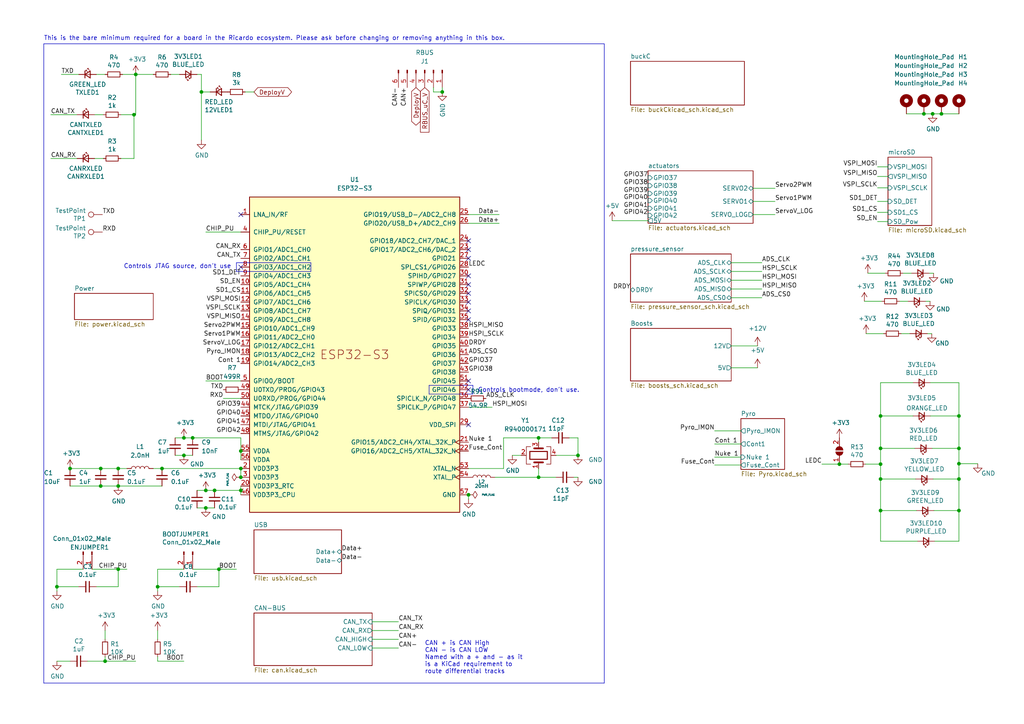
<source format=kicad_sch>
(kicad_sch (version 20231120) (generator "eeschema") (generator_version "8.0")
  (paper "A4")
  (lib_symbols
    (symbol "+12V_1" (power) (pin_names (offset 0))
      (property "Value" "+12V_1" (at 0 3.556 0))
      (symbol "+12V_1_0_1"
        (polyline (pts (xy -0.762 1.27) (xy 0 2.54)))
        (polyline (pts (xy 0 0) (xy 0 2.54)))
        (polyline (pts (xy 0 2.54) (xy 0.762 1.27)))
      )
      (symbol "+12V_1_1_1"
        (pin power_in line (at 0 0 90) (length 0) hide (name "+12V") (number "1"))
      )
    )
    (symbol "Connector:Conn_01x02_Male" (pin_names (offset 1.016) hide)
      (property "Reference" "J" (at 0 2.54 0))
      (property "Value" "Conn_01x02_Male" (at 0 -5.08 0))
      (symbol "Conn_01x02_Male_1_1"
        (polyline (pts (xy 1.27 -2.54) (xy 0.8636 -2.54)) (stroke (width 0.1524)))
        (polyline (pts (xy 1.27 0) (xy 0.8636 0)) (stroke (width 0.1524)))
        (rectangle (start 0.8636 -2.413) (end 0 -2.667) (stroke (width 0.1524)) (fill (type outline)))
        (rectangle (start 0.8636 0.127) (end 0 -0.127) (stroke (width 0.1524)) (fill (type outline)))
        (pin passive line (at 5.08 0 180) (length 3.81) (name "Pin_1") (number "1"))
        (pin passive line (at 5.08 -2.54 180) (length 3.81) (name "Pin_2") (number "2"))
      )
    )
    (symbol "Connector:Conn_01x06_Male" (pin_names (offset 1.016) hide)
      (property "Reference" "J" (at 0 7.62 0))
      (property "Value" "Conn_01x06_Male" (at 0 -10.16 0))
      (symbol "Conn_01x06_Male_1_1"
        (polyline (pts (xy 1.27 -7.62) (xy 0.8636 -7.62)) (stroke (width 0.1524)))
        (polyline (pts (xy 1.27 -5.08) (xy 0.8636 -5.08)) (stroke (width 0.1524)))
        (polyline (pts (xy 1.27 -2.54) (xy 0.8636 -2.54)) (stroke (width 0.1524)))
        (polyline (pts (xy 1.27 0) (xy 0.8636 0)) (stroke (width 0.1524)))
        (polyline (pts (xy 1.27 2.54) (xy 0.8636 2.54)) (stroke (width 0.1524)))
        (polyline (pts (xy 1.27 5.08) (xy 0.8636 5.08)) (stroke (width 0.1524)))
        (rectangle (start 0.8636 -7.493) (end 0 -7.747) (stroke (width 0.1524)) (fill (type outline)))
        (rectangle (start 0.8636 -4.953) (end 0 -5.207) (stroke (width 0.1524)) (fill (type outline)))
        (rectangle (start 0.8636 -2.413) (end 0 -2.667) (stroke (width 0.1524)) (fill (type outline)))
        (rectangle (start 0.8636 0.127) (end 0 -0.127) (stroke (width 0.1524)) (fill (type outline)))
        (rectangle (start 0.8636 2.667) (end 0 2.413) (stroke (width 0.1524)) (fill (type outline)))
        (rectangle (start 0.8636 5.207) (end 0 4.953) (stroke (width 0.1524)) (fill (type outline)))
        (pin passive line (at 5.08 5.08 180) (length 3.81) (name "Pin_1") (number "1"))
        (pin passive line (at 5.08 2.54 180) (length 3.81) (name "Pin_2") (number "2"))
        (pin passive line (at 5.08 0 180) (length 3.81) (name "Pin_3") (number "3"))
        (pin passive line (at 5.08 -2.54 180) (length 3.81) (name "Pin_4") (number "4"))
        (pin passive line (at 5.08 -5.08 180) (length 3.81) (name "Pin_5") (number "5"))
        (pin passive line (at 5.08 -7.62 180) (length 3.81) (name "Pin_6") (number "6"))
      )
    )
    (symbol "Connector:TestPoint" (pin_numbers hide) (pin_names (offset 0.762) hide)
      (property "Reference" "TP" (at 0 6.858 0))
      (property "Value" "TestPoint" (at 0 5.08 0))
      (symbol "TestPoint_0_1"
        (circle (center 0 3.302) (radius 0.762))
      )
      (symbol "TestPoint_1_1"
        (pin passive line (at 0 0 90) (length 2.54) (name "1") (number "1"))
      )
    )
    (symbol "Device:C_Small" (pin_numbers hide) (pin_names (offset 0.254) hide)
      (property "Reference" "C" (at 0.254 1.778 0))
      (property "Value" "C_Small" (at 0.254 -2.032 0))
      (symbol "C_Small_0_1"
        (polyline (pts (xy -1.524 -0.508) (xy 1.524 -0.508)) (stroke (width 0.3302)))
        (polyline (pts (xy -1.524 0.508) (xy 1.524 0.508)) (stroke (width 0.3048)))
      )
      (symbol "C_Small_1_1"
        (pin passive line (at 0 2.54 270) (length 2.032) (name "~") (number "1"))
        (pin passive line (at 0 -2.54 90) (length 2.032) (name "~") (number "2"))
      )
    )
    (symbol "Device:Crystal_GND24" (pin_names (offset 1.016) hide)
      (property "Reference" "Y" (at 3.175 5.08 0))
      (property "Value" "Crystal_GND24" (at 3.175 3.175 0))
      (symbol "Crystal_GND24_0_1"
        (rectangle (start -1.143 2.54) (end 1.143 -2.54) (stroke (width 0.3048)))
        (polyline (pts (xy -2.54 0) (xy -2.032 0)))
        (polyline (pts (xy -2.032 -1.27) (xy -2.032 1.27)) (stroke (width 0.508)))
        (polyline (pts (xy 0 -3.81) (xy 0 -3.556)))
        (polyline (pts (xy 0 3.556) (xy 0 3.81)))
        (polyline (pts (xy 2.032 -1.27) (xy 2.032 1.27)) (stroke (width 0.508)))
        (polyline (pts (xy 2.032 0) (xy 2.54 0)))
        (polyline (pts (xy -2.54 -2.286) (xy -2.54 -3.556) (xy 2.54 -3.556) (xy 2.54 -2.286)))
        (polyline (pts (xy -2.54 2.286) (xy -2.54 3.556) (xy 2.54 3.556) (xy 2.54 2.286)))
      )
      (symbol "Crystal_GND24_1_1"
        (pin passive line (at -3.81 0 0) (length 1.27) (name "1") (number "1"))
        (pin passive line (at 0 5.08 270) (length 1.27) (name "2") (number "2"))
        (pin passive line (at 3.81 0 180) (length 1.27) (name "3") (number "3"))
        (pin passive line (at 0 -5.08 90) (length 1.27) (name "4") (number "4"))
      )
    )
    (symbol "Device:L" (pin_numbers hide) (pin_names (offset 1.016) hide)
      (property "Reference" "L" (at -1.27 0 90))
      (property "Value" "L" (at 1.905 0 90))
      (symbol "L_0_1"
        (arc (start 0 -2.54) (mid 0.6323 -1.905) (end 0 -1.27))
        (arc (start 0 -1.27) (mid 0.6323 -0.635) (end 0 0))
        (arc (start 0 0) (mid 0.6323 0.635) (end 0 1.27))
        (arc (start 0 1.27) (mid 0.6323 1.905) (end 0 2.54))
      )
      (symbol "L_1_1"
        (pin passive line (at 0 3.81 270) (length 1.27) (name "1") (number "1"))
        (pin passive line (at 0 -3.81 90) (length 1.27) (name "2") (number "2"))
      )
    )
    (symbol "Device:LED_Small" (pin_numbers hide) (pin_names (offset 0.254) hide)
      (property "Reference" "D" (at -1.27 3.175 0))
      (property "Value" "LED_Small" (at -4.445 -2.54 0))
      (symbol "LED_Small_0_1"
        (polyline (pts (xy -0.762 -1.016) (xy -0.762 1.016)) (stroke (width 0.254)))
        (polyline (pts (xy 1.016 0) (xy -0.762 0)))
        (polyline (pts (xy 0.762 -1.016) (xy -0.762 0) (xy 0.762 1.016) (xy 0.762 -1.016)) (stroke (width 0.254)))
        (polyline (pts (xy 0 0.762) (xy -0.508 1.27) (xy -0.254 1.27) (xy -0.508 1.27) (xy -0.508 1.016)))
        (polyline (pts (xy 0.508 1.27) (xy 0 1.778) (xy 0.254 1.778) (xy 0 1.778) (xy 0 1.524)))
      )
      (symbol "LED_Small_1_1"
        (pin passive line (at -2.54 0 0) (length 1.778) (name "K") (number "1"))
        (pin passive line (at 2.54 0 180) (length 1.778) (name "A") (number "2"))
      )
    )
    (symbol "Device:R_Small" (pin_numbers hide) (pin_names (offset 0.254) hide)
      (property "Reference" "R" (at 0.762 0.508 0))
      (property "Value" "R_Small" (at 0.762 -1.016 0))
      (symbol "R_Small_0_1"
        (rectangle (start -0.762 1.778) (end 0.762 -1.778) (stroke (width 0.2032)))
      )
      (symbol "R_Small_1_1"
        (pin passive line (at 0 2.54 270) (length 0.762) (name "~") (number "1"))
        (pin passive line (at 0 -2.54 90) (length 0.762) (name "~") (number "2"))
      )
    )
    (symbol "Espressif:ESP32-S3" (pin_names (offset 1.016))
      (property "Reference" "U" (at 0 48.26 0))
      (property "Value" "ESP32-S3" (at 0 -48.26 0))
      (symbol "ESP32-S3_0_0"
        (text "ESP32-S3" (at 0 0 0) (effects (font (size 2.54 2.54))))
        (pin bidirectional line (at 33.02 -12.7 180) (length 2.54) (name "SPICLK_N/GPIO48") (number "36"))
        (pin bidirectional line (at 33.02 -15.24 180) (length 2.54) (name "SPICLK_P/GPIO47") (number "37"))
      )
      (symbol "ESP32-S3_0_1"
        (rectangle (start -30.48 45.72) (end 30.48 -45.72) (stroke (width 0.254)) (fill (type background)))
      )
      (symbol "ESP32-S3_1_1"
        (pin bidirectional line (at -33.02 40.64 0) (length 2.54) (name "LNA_IN/RF") (number "1"))
        (pin bidirectional line (at -33.02 20.32 0) (length 2.54) (name "GPIO5/ADC1_CH4") (number "10"))
        (pin bidirectional line (at -33.02 17.78 0) (length 2.54) (name "GPIO6/ADC1_CH5") (number "11"))
        (pin bidirectional line (at -33.02 15.24 0) (length 2.54) (name "GPIO7/ADC1_CH6") (number "12"))
        (pin bidirectional line (at -33.02 12.7 0) (length 2.54) (name "GPIO8/ADC1_CH7") (number "13"))
        (pin bidirectional line (at -33.02 10.16 0) (length 2.54) (name "GPIO9/ADC1_CH8") (number "14"))
        (pin bidirectional line (at -33.02 7.62 0) (length 2.54) (name "GPIO10/ADC1_CH9") (number "15"))
        (pin bidirectional line (at -33.02 5.08 0) (length 2.54) (name "GPIO11/ADC2_CH0") (number "16"))
        (pin bidirectional line (at -33.02 2.54 0) (length 2.54) (name "GPIO12/ADC2_CH1") (number "17"))
        (pin bidirectional line (at -33.02 0 0) (length 2.54) (name "GPIO13/ADC2_CH2") (number "18"))
        (pin bidirectional line (at -33.02 -2.54 0) (length 2.54) (name "GPIO14/ADC2_CH3") (number "19"))
        (pin power_in line (at -33.02 -33.02 0) (length 2.54) (name "VDD3P3") (number "2"))
        (pin power_in line (at -33.02 -38.1 0) (length 2.54) (name "VDD3P3_RTC") (number "20"))
        (pin input clock (at 33.02 -25.4 180) (length 2.54) (name "GPIO15/ADC2_CH4/XTAL_32K_P") (number "21"))
        (pin output clock (at 33.02 -27.94 180) (length 2.54) (name "GPIO16/ADC2_CH5/XTAL_32K_N") (number "22"))
        (pin bidirectional line (at 33.02 30.48 180) (length 2.54) (name "GPIO17/ADC2_CH6/DAC_2") (number "23"))
        (pin bidirectional line (at 33.02 33.02 180) (length 2.54) (name "GPIO18/ADC2_CH7/DAC_1") (number "24"))
        (pin bidirectional line (at 33.02 40.64 180) (length 2.54) (name "GPIO19/USB_D-/ADC2_CH8") (number "25"))
        (pin bidirectional line (at 33.02 38.1 180) (length 2.54) (name "GPIO20/USB_D+/ADC2_CH9") (number "26"))
        (pin bidirectional line (at 33.02 27.94 180) (length 2.54) (name "GPIO21") (number "27"))
        (pin bidirectional line (at 33.02 25.4 180) (length 2.54) (name "SPI_CS1/GPIO26") (number "28"))
        (pin power_out line (at 33.02 -20.32 180) (length 2.54) (name "VDD_SPI") (number "29"))
        (pin power_in line (at -33.02 -35.56 0) (length 2.54) (name "VDD3P3") (number "3"))
        (pin bidirectional line (at 33.02 22.86 180) (length 2.54) (name "SPIHD/GPIO27") (number "30"))
        (pin bidirectional line (at 33.02 20.32 180) (length 2.54) (name "SPIWP/GPIO28") (number "31"))
        (pin bidirectional line (at 33.02 17.78 180) (length 2.54) (name "SPICS0/GPIO29") (number "32"))
        (pin bidirectional line (at 33.02 15.24 180) (length 2.54) (name "SPICLK/GPIO30") (number "33"))
        (pin bidirectional line (at 33.02 12.7 180) (length 2.54) (name "SPIQ/GPIO31") (number "34"))
        (pin bidirectional line (at 33.02 10.16 180) (length 2.54) (name "SPID/GPIO32") (number "35"))
        (pin bidirectional line (at 33.02 7.62 180) (length 2.54) (name "GPIO33") (number "38"))
        (pin bidirectional line (at 33.02 5.08 180) (length 2.54) (name "GPIO34") (number "39"))
        (pin input line (at -33.02 35.56 0) (length 2.54) (name "CHIP_PU/RESET") (number "4"))
        (pin bidirectional line (at 33.02 2.54 180) (length 2.54) (name "GPIO35") (number "40"))
        (pin bidirectional line (at 33.02 0 180) (length 2.54) (name "GPIO36") (number "41"))
        (pin bidirectional line (at 33.02 -2.54 180) (length 2.54) (name "GPIO37") (number "42"))
        (pin bidirectional line (at 33.02 -5.08 180) (length 2.54) (name "GPIO38") (number "43"))
        (pin bidirectional line (at -33.02 -15.24 0) (length 2.54) (name "MTCK/JTAG/GPIO39") (number "44"))
        (pin bidirectional line (at -33.02 -17.78 0) (length 2.54) (name "MTDO/JTAG/GPIO40") (number "45"))
        (pin power_in line (at -33.02 -40.64 0) (length 2.54) (name "VDD3P3_CPU") (number "46"))
        (pin bidirectional line (at -33.02 -20.32 0) (length 2.54) (name "MTDI/JTAG/GPIO41") (number "47"))
        (pin bidirectional line (at -33.02 -22.86 0) (length 2.54) (name "MTMS/JTAG/GPIO42") (number "48"))
        (pin bidirectional line (at -33.02 -10.16 0) (length 2.54) (name "U0TXD/PROG/GPIO43") (number "49"))
        (pin bidirectional line (at -33.02 -7.62 0) (length 2.54) (name "GPIO0/BOOT") (number "5"))
        (pin bidirectional line (at -33.02 -12.7 0) (length 2.54) (name "U0RXD/PROG/GPIO44") (number "50"))
        (pin bidirectional line (at 33.02 -7.62 180) (length 2.54) (name "GPIO45") (number "51"))
        (pin bidirectional line (at 33.02 -10.16 180) (length 2.54) (name "GPIO46") (number "52"))
        (pin input clock (at 33.02 -33.02 180) (length 2.54) (name "XTAL_N") (number "53"))
        (pin output clock (at 33.02 -35.56 180) (length 2.54) (name "XTAL_P") (number "54"))
        (pin power_in line (at -33.02 -27.94 0) (length 2.54) (name "VDDA") (number "55"))
        (pin power_in line (at -33.02 -30.48 0) (length 2.54) (name "VDDA") (number "56"))
        (pin power_in line (at 33.02 -40.64 180) (length 2.54) (name "GND") (number "57"))
        (pin bidirectional line (at -33.02 30.48 0) (length 2.54) (name "GPIO1/ADC1_CH0") (number "6"))
        (pin bidirectional line (at -33.02 27.94 0) (length 2.54) (name "GPIO2/ADC1_CH1") (number "7"))
        (pin bidirectional line (at -33.02 25.4 0) (length 2.54) (name "GPIO3/ADC1_CH2") (number "8"))
        (pin bidirectional line (at -33.02 22.86 0) (length 2.54) (name "GPIO4/ADC1_CH3") (number "9"))
      )
    )
    (symbol "Jumper:SolderJumper_2_Open" (pin_names (offset 0) hide)
      (property "Reference" "JP" (at 0 2.032 0))
      (property "Value" "SolderJumper_2_Open" (at 0 -2.54 0))
      (symbol "SolderJumper_2_Open_0_1"
        (arc (start -0.254 1.016) (mid -1.2656 0) (end -0.254 -1.016))
        (arc (start -0.254 1.016) (mid -1.2656 0) (end -0.254 -1.016) (fill (type outline)))
        (polyline (pts (xy -0.254 1.016) (xy -0.254 -1.016)))
        (polyline (pts (xy 0.254 1.016) (xy 0.254 -1.016)))
        (arc (start 0.254 -1.016) (mid 1.2656 0) (end 0.254 1.016))
        (arc (start 0.254 -1.016) (mid 1.2656 0) (end 0.254 1.016) (fill (type outline)))
      )
      (symbol "SolderJumper_2_Open_1_1"
        (pin passive line (at -3.81 0 0) (length 2.54) (name "A") (number "1"))
        (pin passive line (at 3.81 0 180) (length 2.54) (name "B") (number "2"))
      )
    )
    (symbol "Mechanical:MountingHole_Pad" (pin_numbers hide) (pin_names (offset 1.016) hide)
      (property "Reference" "H" (at 0 6.35 0))
      (property "Value" "MountingHole_Pad" (at 0 4.445 0))
      (symbol "MountingHole_Pad_0_1"
        (circle (center 0 1.27) (radius 1.27) (stroke (width 1.27)))
      )
      (symbol "MountingHole_Pad_1_1"
        (pin input line (at 0 -2.54 90) (length 2.54) (name "1") (number "1"))
      )
    )
    (symbol "power:+3.3V" (power) (pin_names (offset 0))
      (property "Value" "+3.3V" (at 0 3.556 0))
      (symbol "+3.3V_0_1"
        (polyline (pts (xy -0.762 1.27) (xy 0 2.54)))
        (polyline (pts (xy 0 0) (xy 0 2.54)))
        (polyline (pts (xy 0 2.54) (xy 0.762 1.27)))
      )
      (symbol "+3.3V_1_1"
        (pin power_in line (at 0 0 90) (length 0) hide (name "+3V3") (number "1"))
      )
    )
    (symbol "power:+5V" (power) (pin_names (offset 0))
      (property "Value" "+5V" (at 0 3.556 0))
      (symbol "+5V_0_1"
        (polyline (pts (xy -0.762 1.27) (xy 0 2.54)))
        (polyline (pts (xy 0 0) (xy 0 2.54)))
        (polyline (pts (xy 0 2.54) (xy 0.762 1.27)))
      )
      (symbol "+5V_1_1"
        (pin power_in line (at 0 0 90) (length 0) hide (name "+5V") (number "1"))
      )
    )
    (symbol "power:GND" (power) (pin_names (offset 0))
      (property "Value" "GND" (at 0 -3.81 0))
      (symbol "GND_0_1"
        (polyline (pts (xy 0 0) (xy 0 -1.27) (xy 1.27 -1.27) (xy 0 -2.54) (xy -1.27 -1.27) (xy 0 -1.27)))
      )
      (symbol "GND_1_1"
        (pin power_in line (at 0 0 270) (length 0) hide (name "GND") (number "1"))
      )
    )
    (symbol "power:PWR_FLAG" (power) (pin_numbers hide) (pin_names (offset 0) hide)
      (property "Value" "PWR_FLAG" (at 0 3.81 0))
      (symbol "PWR_FLAG_0_0"
        (pin power_out line (at 0 0 90) (length 0) (name "pwr") (number "1"))
      )
      (symbol "PWR_FLAG_0_1"
        (polyline (pts (xy 0 0) (xy 0 1.27) (xy -1.016 1.905) (xy 0 2.54) (xy 1.016 1.905) (xy 0 1.27)))
      )
    )
  )
  (junction (at 39.37 21.59))
  (junction (at 59.69 142.24))
  (junction (at 255.397 120.65))
  (junction (at 53.34 127))
  (junction (at 58.42 26.67))
  (junction (at 278.13 130.048))
  (junction (at 30.48 191.77))
  (junction (at 278.13 138.938))
  (junction (at 278.13 134.493))
  (junction (at 278.13 120.65))
  (junction (at 69.85 142.24))
  (junction (at 55.88 127))
  (junction (at 63.5 165.1))
  (junction (at 59.69 147.32))
  (junction (at 62.23 142.24))
  (junction (at 34.29 135.89))
  (junction (at 255.397 134.62))
  (junction (at 69.85 138.43))
  (junction (at 20.32 135.89))
  (junction (at 45.72 170.18))
  (junction (at 29.21 135.89))
  (junction (at 34.29 140.97))
  (junction (at 156.21 127))
  (junction (at 273.05 33.02))
  (junction (at 53.34 132.08))
  (junction (at 156.21 138.43))
  (junction (at 29.21 140.97))
  (junction (at 255.397 130.048))
  (junction (at 16.51 170.18))
  (junction (at 69.85 130.81))
  (junction (at 255.397 138.938))
  (junction (at 270.51 33.02))
  (junction (at 267.97 33.02))
  (junction (at 38.862 33.274))
  (junction (at 167.64 132.08))
  (junction (at 278.13 148.082))
  (junction (at 243.459 134.62))
  (junction (at 46.99 135.89))
  (junction (at 128.27 26.67))
  (junction (at 34.29 165.1))
  (junction (at 69.85 135.89))
  (junction (at 255.397 148.082))
  (junction (at 135.89 143.51))
  (no_connect (at 135.89 69.85))
  (no_connect (at 135.89 82.55))
  (no_connect (at 135.89 72.39))
  (no_connect (at 135.89 110.49))
  (no_connect (at 135.89 92.71))
  (no_connect (at 135.89 90.17))
  (no_connect (at 69.85 77.47))
  (no_connect (at 135.89 85.09))
  (no_connect (at 135.89 74.93))
  (no_connect (at 135.89 87.63))
  (no_connect (at 69.85 62.23))
  (no_connect (at 135.89 113.03))
  (no_connect (at 135.89 123.19))
  (no_connect (at 135.89 80.01))
  (wire (pts (xy 260.858 87.376) (xy 263.398 87.376)))
  (wire (pts (xy 254.508 61.595) (xy 257.556 61.595)))
  (wire (pts (xy 30.48 191.77) (xy 30.48 190.5)))
  (wire (pts (xy 135.89 64.77) (xy 144.78 64.77)))
  (wire (pts (xy 238.379 134.62) (xy 243.459 134.62)))
  (wire (pts (xy 69.85 135.89) (xy 69.85 138.43)))
  (polyline (pts (xy 90.17 78.74) (xy 68.58 78.74)))
  (wire (pts (xy 63.5 170.18) (xy 63.5 165.1)))
  (polyline (pts (xy 68.58 76.2) (xy 68.58 78.74)))
  (wire (pts (xy 218.44 58.42) (xy 224.79 58.42)))
  (wire (pts (xy 60.96 26.67) (xy 58.42 26.67)))
  (wire (pts (xy 255.397 130.048) (xy 265.303 130.048)))
  (wire (pts (xy 16.51 191.77) (xy 20.32 191.77)))
  (wire (pts (xy 254.508 58.42) (xy 257.556 58.42)))
  (wire (pts (xy 107.95 180.34) (xy 115.57 180.34)))
  (wire (pts (xy 243.459 134.62) (xy 245.999 134.62)))
  (wire (pts (xy 255.397 156.972) (xy 266.065 156.972)))
  (wire (pts (xy 128.27 25.4) (xy 128.27 26.67)))
  (wire (pts (xy 14.732 45.974) (xy 22.352 45.974)))
  (wire (pts (xy 212.09 83.82) (xy 220.98 83.82)))
  (wire (pts (xy 27.432 33.274) (xy 29.972 33.274)))
  (wire (pts (xy 212.09 81.28) (xy 220.98 81.28)))
  (wire (pts (xy 255.397 110.998) (xy 255.397 120.65)))
  (wire (pts (xy 160.02 127) (xy 156.21 127)))
  (wire (pts (xy 270.764 79.248) (xy 269.494 79.248)))
  (wire (pts (xy 269.875 120.65) (xy 278.13 120.65)))
  (wire (pts (xy 45.72 165.1) (xy 53.34 165.1)))
  (wire (pts (xy 125.73 26.67) (xy 128.27 26.67)))
  (wire (pts (xy 255.397 138.938) (xy 265.557 138.938)))
  (wire (pts (xy 58.42 21.59) (xy 57.15 21.59)))
  (wire (pts (xy 29.21 135.89) (xy 34.29 135.89)))
  (wire (pts (xy 207.264 134.874) (xy 214.884 134.874)))
  (wire (pts (xy 143.51 138.43) (xy 156.21 138.43)))
  (wire (pts (xy 278.13 110.998) (xy 278.13 120.65)))
  (wire (pts (xy 59.69 110.49) (xy 69.85 110.49)))
  (wire (pts (xy 269.875 110.998) (xy 278.13 110.998)))
  (polyline (pts (xy 12.7 12.7) (xy 12.7 198.12)))
  (wire (pts (xy 14.732 33.274) (xy 22.352 33.274)))
  (wire (pts (xy 251.079 134.62) (xy 255.397 134.62)))
  (wire (pts (xy 267.97 33.02) (xy 262.89 33.02)))
  (wire (pts (xy 218.44 54.61) (xy 224.79 54.61)))
  (wire (pts (xy 16.51 170.18) (xy 16.51 171.45)))
  (wire (pts (xy 214.884 124.968) (xy 207.264 124.968)))
  (wire (pts (xy 57.15 170.18) (xy 63.5 170.18)))
  (polyline (pts (xy 137.16 111.76) (xy 137.16 114.3)))
  (wire (pts (xy 68.58 165.1) (xy 63.5 165.1)))
  (wire (pts (xy 27.94 21.59) (xy 30.48 21.59)))
  (wire (pts (xy 16.51 165.1) (xy 16.51 170.18)))
  (wire (pts (xy 161.29 132.08) (xy 167.64 132.08)))
  (wire (pts (xy 255.397 148.082) (xy 255.397 156.972)))
  (wire (pts (xy 30.48 182.88) (xy 30.48 185.42)))
  (wire (pts (xy 57.15 147.32) (xy 59.69 147.32)))
  (polyline (pts (xy 68.58 76.2) (xy 90.17 76.2)))
  (wire (pts (xy 34.29 135.89) (xy 36.83 135.89)))
  (wire (pts (xy 69.85 142.24) (xy 69.85 143.51)))
  (wire (pts (xy 270.383 130.048) (xy 278.13 130.048)))
  (wire (pts (xy 39.37 21.59) (xy 39.37 33.274)))
  (wire (pts (xy 62.23 142.24) (xy 69.85 142.24)))
  (wire (pts (xy 255.397 120.65) (xy 255.397 130.048)))
  (wire (pts (xy 270.891 148.082) (xy 278.13 148.082)))
  (wire (pts (xy 64.77 115.57) (xy 69.85 115.57)))
  (wire (pts (xy 53.34 132.08) (xy 55.88 132.08)))
  (wire (pts (xy 270.637 138.938) (xy 278.13 138.938)))
  (wire (pts (xy 146.05 135.89) (xy 146.05 127)))
  (wire (pts (xy 255.397 148.082) (xy 265.811 148.082)))
  (wire (pts (xy 278.13 138.938) (xy 278.13 148.082)))
  (wire (pts (xy 251.206 96.774) (xy 256.286 96.774)))
  (wire (pts (xy 156.21 127) (xy 156.21 128.27)))
  (wire (pts (xy 34.29 165.1) (xy 36.83 165.1)))
  (wire (pts (xy 50.8 132.08) (xy 53.34 132.08)))
  (wire (pts (xy 255.397 110.998) (xy 264.795 110.998)))
  (polyline (pts (xy 124.46 111.76) (xy 124.46 114.3)))
  (wire (pts (xy 207.264 132.588) (xy 214.884 132.588)))
  (polyline (pts (xy 12.7 12.7) (xy 175.26 12.7)))
  (wire (pts (xy 187.96 64.008) (xy 177.546 64.008)))
  (wire (pts (xy 55.88 127) (xy 69.85 127)))
  (wire (pts (xy 218.44 62.23) (xy 224.79 62.23)))
  (wire (pts (xy 44.45 135.89) (xy 46.99 135.89)))
  (wire (pts (xy 212.09 76.2) (xy 220.98 76.2)))
  (wire (pts (xy 255.397 130.048) (xy 255.397 134.62)))
  (wire (pts (xy 251.714 79.248) (xy 256.794 79.248)))
  (wire (pts (xy 22.86 170.18) (xy 16.51 170.18)))
  (wire (pts (xy 271.145 156.972) (xy 278.13 156.972)))
  (wire (pts (xy 142.748 118.11) (xy 135.89 118.11)))
  (wire (pts (xy 50.8 127) (xy 53.34 127)))
  (wire (pts (xy 17.78 21.59) (xy 22.86 21.59)))
  (wire (pts (xy 38.862 33.274) (xy 38.862 45.974)))
  (wire (pts (xy 52.07 170.18) (xy 45.72 170.18)))
  (wire (pts (xy 278.13 33.02) (xy 273.05 33.02)))
  (wire (pts (xy 212.09 106.68) (xy 219.71 106.68)))
  (wire (pts (xy 29.21 140.97) (xy 34.29 140.97)))
  (wire (pts (xy 35.56 21.59) (xy 39.37 21.59)))
  (wire (pts (xy 107.95 187.96) (xy 115.57 187.96)))
  (wire (pts (xy 255.397 120.65) (xy 264.795 120.65)))
  (wire (pts (xy 107.95 182.88) (xy 115.57 182.88)))
  (wire (pts (xy 69.85 127) (xy 69.85 130.81)))
  (polyline (pts (xy 137.16 114.3) (xy 124.46 114.3)))
  (wire (pts (xy 55.88 165.1) (xy 63.5 165.1)))
  (wire (pts (xy 125.73 25.4) (xy 125.73 26.67)))
  (wire (pts (xy 25.4 191.77) (xy 30.48 191.77)))
  (wire (pts (xy 273.05 33.02) (xy 270.51 33.02)))
  (wire (pts (xy 135.89 135.89) (xy 146.05 135.89)))
  (wire (pts (xy 45.72 170.18) (xy 45.72 171.45)))
  (wire (pts (xy 45.72 191.77) (xy 45.72 190.5)))
  (wire (pts (xy 49.53 21.59) (xy 52.07 21.59)))
  (wire (pts (xy 254.508 64.262) (xy 257.556 64.262)))
  (wire (pts (xy 148.59 132.08) (xy 151.13 132.08)))
  (wire (pts (xy 58.42 21.59) (xy 58.42 26.67)))
  (wire (pts (xy 161.29 138.43) (xy 156.21 138.43)))
  (wire (pts (xy 250.698 87.376) (xy 255.778 87.376)))
  (wire (pts (xy 59.69 67.31) (xy 69.85 67.31)))
  (wire (pts (xy 255.397 138.938) (xy 255.397 148.082)))
  (wire (pts (xy 38.862 45.974) (xy 35.052 45.974)))
  (wire (pts (xy 270.256 96.774) (xy 268.986 96.774)))
  (wire (pts (xy 53.34 191.77) (xy 45.72 191.77)))
  (wire (pts (xy 58.42 26.67) (xy 58.42 40.64)))
  (wire (pts (xy 278.13 120.65) (xy 278.13 130.048)))
  (wire (pts (xy 156.21 135.89) (xy 156.21 138.43)))
  (wire (pts (xy 34.29 170.18) (xy 34.29 165.1)))
  (polyline (pts (xy 90.17 76.2) (xy 90.17 78.74)))
  (wire (pts (xy 27.432 45.974) (xy 29.972 45.974)))
  (wire (pts (xy 146.05 127) (xy 156.21 127)))
  (wire (pts (xy 167.64 138.43) (xy 166.37 138.43)))
  (wire (pts (xy 278.13 148.082) (xy 278.13 156.972)))
  (wire (pts (xy 20.32 135.89) (xy 29.21 135.89)))
  (wire (pts (xy 257.556 54.483) (xy 254.508 54.483)))
  (wire (pts (xy 212.09 78.74) (xy 220.98 78.74)))
  (wire (pts (xy 283.591 134.493) (xy 278.13 134.493)))
  (wire (pts (xy 261.366 96.774) (xy 263.906 96.774)))
  (wire (pts (xy 167.64 127) (xy 167.64 132.08)))
  (wire (pts (xy 207.264 128.778) (xy 214.884 128.778)))
  (wire (pts (xy 39.37 33.274) (xy 38.862 33.274)))
  (wire (pts (xy 39.37 21.59) (xy 44.45 21.59)))
  (wire (pts (xy 257.556 51.181) (xy 254.508 51.181)))
  (polyline (pts (xy 124.46 111.76) (xy 137.16 111.76)))
  (wire (pts (xy 59.69 147.32) (xy 62.23 147.32)))
  (wire (pts (xy 30.48 191.77) (xy 39.37 191.77)))
  (wire (pts (xy 270.51 33.02) (xy 267.97 33.02)))
  (wire (pts (xy 261.874 79.248) (xy 264.414 79.248)))
  (wire (pts (xy 107.95 185.42) (xy 115.57 185.42)))
  (wire (pts (xy 53.34 127) (xy 55.88 127)))
  (wire (pts (xy 73.66 26.67) (xy 71.12 26.67)))
  (wire (pts (xy 46.99 135.89) (xy 69.85 135.89)))
  (polyline (pts (xy 175.26 12.7) (xy 175.26 198.12)))
  (wire (pts (xy 269.748 87.376) (xy 268.478 87.376)))
  (wire (pts (xy 34.29 140.97) (xy 46.99 140.97)))
  (wire (pts (xy 212.09 100.33) (xy 219.71 100.33)))
  (wire (pts (xy 257.556 48.387) (xy 254.508 48.387)))
  (wire (pts (xy 278.13 130.048) (xy 278.13 134.493)))
  (wire (pts (xy 38.862 33.274) (xy 35.052 33.274)))
  (wire (pts (xy 278.13 134.493) (xy 278.13 138.938)))
  (wire (pts (xy 135.89 62.23) (xy 144.78 62.23)))
  (wire (pts (xy 27.94 170.18) (xy 34.29 170.18)))
  (wire (pts (xy 45.72 165.1) (xy 45.72 170.18)))
  (wire (pts (xy 69.85 130.81) (xy 69.85 133.35)))
  (wire (pts (xy 59.69 142.24) (xy 62.23 142.24)))
  (wire (pts (xy 57.15 142.24) (xy 59.69 142.24)))
  (wire (pts (xy 20.32 140.97) (xy 29.21 140.97)))
  (wire (pts (xy 69.85 142.24) (xy 69.85 140.97)))
  (wire (pts (xy 167.64 127) (xy 165.1 127)))
  (wire (pts (xy 26.67 165.1) (xy 34.29 165.1)))
  (wire (pts (xy 135.89 144.78) (xy 135.89 143.51)))
  (wire (pts (xy 45.72 182.88) (xy 45.72 185.42)))
  (wire (pts (xy 16.51 165.1) (xy 24.13 165.1)))
  (wire (pts (xy 255.397 134.62) (xy 255.397 138.938)))
  (polyline (pts (xy 175.26 198.12) (xy 12.7 198.12)))
  (wire (pts (xy 212.09 86.36) (xy 220.98 86.36)))
  (text "Controls bootmode, don't use.\n" (at 138.5894 113.9757 0) (effects (font (size 1.27 1.27)) (justify left bottom)))
  (text "This is the bare minimum required for a board in the Ricardo ecosystem. Please ask before changing or removing anything in this box.\n\n" (at 12.7 13.97 0) (effects (font (size 1.27 1.27)) (justify left bottom)))
  (text "CAN + is CAN High\nCAN - is CAN LOW\nNamed with a + and - as it\nis a KiCad requirement to\nroute differential tracks\n" (at 123.19 195.58 0) (effects (font (size 1.27 1.27)) (justify left bottom)))
  (text "Controls JTAG source, don't use\n" (at 67.0857 78.0878 0) (effects (font (size 1.27 1.27)) (justify right bottom)))
  (label "Nuke 1" (at 207.264 132.588 0))
  (label "HSPI_MOSI" (at 220.98 81.28 0))
  (label "SD1_DET" (at 69.85 80.01 180))
  (label "CHIP_PU" (at 36.83 165.1 180))
  (label "Servo1PWM" (at 224.79 58.42 0))
  (label "SD_EN" (at 69.85 82.55 180))
  (label "GPIO38" (at 187.96 53.848 180))
  (label "HSPI_MISO" (at 220.98 83.82 0))
  (label "GPIO37" (at 187.96 51.562 180))
  (label "HSPI_SCLK" (at 220.98 78.74 0))
  (label "Servo2PWM" (at 69.85 95.25 180))
  (label "Pyro_IMON" (at 69.85 102.87 180))
  (label "SD1_CS" (at 254.508 61.595 180))
  (label "DRDY" (at 135.89 100.33 0))
  (label "CAN+" (at 115.57 185.42 0))
  (label "ADS_CS0" (at 220.98 86.36 0))
  (label "Servo1PWM" (at 69.85 97.79 180))
  (label "Data+" (at 99.06 160.02 0))
  (label "RXD" (at 29.718 67.31 0))
  (label "GPIO41" (at 69.85 123.19 180))
  (label "VSPI_SCLK" (at 69.85 90.17 180))
  (label "SD_EN" (at 254.508 64.262 180))
  (label "SD1_CS" (at 69.85 85.09 180))
  (label "GPIO38" (at 135.89 107.95 0))
  (label "HSPI_SCLK" (at 135.89 97.79 0))
  (label "CAN_TX" (at 69.85 74.93 180))
  (label "Servo2PWM" (at 224.79 54.61 0))
  (label "Cont 1" (at 207.264 128.778 0))
  (label "Data-" (at 99.06 162.56 0))
  (label "Fuse_Cont" (at 135.89 130.81 0))
  (label "VSPI_MISO" (at 69.85 92.71 180))
  (label "BOOT" (at 53.34 191.77 180))
  (label "ADS_CLK" (at 140.97 115.57 0))
  (label "LEDC" (at 135.89 77.47 0))
  (label "TXD" (at 29.718 62.23 0))
  (label "Fuse_Cont" (at 207.264 134.874 180))
  (label "CAN-" (at 115.57 25.4 270))
  (label "CAN+" (at 118.11 25.4 270))
  (label "CAN_TX" (at 115.57 180.34 0))
  (label "DRDY" (at 182.88 84.074 180))
  (label "CAN_TX" (at 14.732 33.274 0))
  (label "GPIO37" (at 135.89 105.41 0))
  (label "SD1_DET" (at 254.508 58.42 180))
  (label "Cont 1" (at 69.85 105.41 180))
  (label "BOOT" (at 68.58 165.1 180))
  (label "ServoV_LOG" (at 69.85 100.33 180))
  (label "CAN_RX" (at 14.732 45.974 0))
  (label "GPIO42" (at 69.85 125.73 180))
  (label "GPIO40" (at 69.85 120.65 180))
  (label "VSPI_SCLK" (at 254.508 54.483 180))
  (label "CAN_RX" (at 69.85 72.39 180))
  (label "RXD" (at 64.77 115.57 180))
  (label "BOOT" (at 59.69 110.49 0))
  (label "TXD" (at 64.77 113.03 180))
  (label "GPIO42" (at 187.96 62.484 180))
  (label "ADS_CS0" (at 135.89 102.87 0))
  (label "ADS_CLK" (at 220.98 76.2 0))
  (label "Nuke 1" (at 135.89 128.27 0))
  (label "VSPI_MOSI" (at 254.508 48.387 180))
  (label "GPIO39" (at 187.96 56.134 180))
  (label "CHIP_PU" (at 59.69 67.31 0))
  (label "VSPI_MISO" (at 254.508 51.181 180))
  (label "ServoV_LOG" (at 224.79 62.23 0))
  (label "GPIO41" (at 187.96 60.452 180))
  (label "Pyro_IMON" (at 207.264 124.968 180))
  (label "CAN_RX" (at 115.57 182.88 0))
  (label "VSPI_MOSI" (at 69.85 87.63 180))
  (label "Data+" (at 144.78 64.77 180))
  (label "Data-" (at 144.78 62.23 180))
  (label "CAN-" (at 115.57 187.96 0))
  (label "GPIO39" (at 69.85 118.11 180))
  (label "GPIO40" (at 187.96 58.166 180))
  (label "HSPI_MISO" (at 135.89 95.25 0))
  (label "LEDC" (at 238.379 134.62 180))
  (label "TXD" (at 17.78 21.59 0))
  (label "CHIP_PU" (at 39.37 191.77 180))
  (label "HSPI_MOSI" (at 142.748 118.11 0))
  (global_label "DeployV" (shape bidirectional) (at 73.66 26.67 0) (property "Intersheetrefs" "${INTERSHEET_REFS}" (effects (hide yes))))
  (global_label "DeployV" (shape bidirectional) (at 120.65 25.4 270) (property "Intersheetrefs" "${INTERSHEET_REFS}" (effects (hide yes))))
  (global_label "RBUS_uC_V" (shape input) (at 123.19 25.4 270) (property "Intersheetrefs" "${INTERSHEET_REFS}" (effects (hide yes))))
  (symbol (lib_id "power:+3.3V") (at 30.48 182.88 0) (unit 1)
    (property "Reference" "#PWR04" (effects (hide yes)))
    (property "Value" "+3V3" (at 30.861 178.4858 0))
  )
  (symbol (lib_id "Device:R_Small") (at 30.48 187.96 0) (unit 1)
    (property "Reference" "R1" (at 31.9786 186.7916 0) (effects (justify left)))
    (property "Value" "10K" (at 31.9786 189.103 0) (effects (justify left)))
    (property "Footprint" "Resistor_SMD:R_0402_1005Metric" (effects (hide yes)))
  )
  (symbol (lib_id "Device:C_Small") (at 22.86 191.77 270) (unit 1)
    (property "Reference" "C2" (at 22.86 185.9534 90))
    (property "Value" "1uF" (at 22.86 188.2648 90))
    (property "Footprint" "Capacitor_SMD:C_0402_1005Metric" (effects (hide yes)))
  )
  (symbol (lib_id "power:GND") (at 16.51 191.77 0) (unit 1)
    (property "Reference" "#PWR02" (effects (hide yes)))
    (property "Value" "GND" (at 16.637 196.1642 0))
  )
  (symbol (lib_id "power:+3.3V") (at 45.72 182.88 0) (unit 1)
    (property "Reference" "#PWR08" (effects (hide yes)))
    (property "Value" "+3V3" (at 46.101 178.4858 0))
  )
  (symbol (lib_id "Device:R_Small") (at 45.72 187.96 0) (unit 1)
    (property "Reference" "R5" (at 47.2186 186.7916 0) (effects (justify left)))
    (property "Value" "10K" (at 47.2186 189.103 0) (effects (justify left)))
    (property "Footprint" "Resistor_SMD:R_0402_1005Metric" (effects (hide yes)))
  )
  (symbol (lib_id "power:GND") (at 45.72 171.45 0) (unit 1)
    (property "Reference" "#PWR07" (effects (hide yes)))
    (property "Value" "GND" (at 45.847 175.8442 0))
  )
  (symbol (lib_id "Device:C_Small") (at 54.61 170.18 270) (unit 1)
    (property "Reference" "C8" (at 54.61 164.3634 90))
    (property "Value" "0.1uF" (at 54.61 166.6748 90))
    (property "Footprint" "Capacitor_SMD:C_0402_1005Metric" (effects (hide yes)))
  )
  (symbol (lib_id "power:GND") (at 16.51 171.45 0) (unit 1)
    (property "Reference" "#PWR01" (effects (hide yes)))
    (property "Value" "GND" (at 16.637 175.8442 0))
  )
  (symbol (lib_id "Device:C_Small") (at 25.4 170.18 270) (unit 1)
    (property "Reference" "C3" (at 25.4 164.3634 90))
    (property "Value" "0.1uF" (at 25.4 166.6748 90))
    (property "Footprint" "Capacitor_SMD:C_0402_1005Metric" (effects (hide yes)))
  )
  (symbol (lib_id "Device:LED_Small") (at 25.4 21.59 0) (unit 1)
    (property "Reference" "TXLED1" (at 25.4 26.797 0))
    (property "Value" "GREEN_LED" (at 25.4 24.4856 0))
    (property "Footprint" "Resistor_SMD:R_0402_1005Metric" (effects (hide yes)))
  )
  (symbol (lib_id "Device:R_Small") (at 33.02 21.59 270) (unit 1)
    (property "Reference" "R4" (at 33.02 16.6116 90))
    (property "Value" "470" (at 33.02 18.923 90))
    (property "Footprint" "Resistor_SMD:R_0402_1005Metric" (effects (hide yes)))
  )
  (symbol (lib_id "power:GND") (at 58.42 40.64 0) (unit 1)
    (property "Reference" "#PWR011" (effects (hide yes)))
    (property "Value" "GND" (at 58.547 45.0342 0))
  )
  (symbol (lib_id "power:+3.3V") (at 39.37 21.59 0) (unit 1)
    (property "Reference" "#PWR06" (effects (hide yes)))
    (property "Value" "+3V3" (at 39.751 17.1958 0))
  )
  (symbol (lib_id "Device:LED_Small") (at 54.61 21.59 180) (unit 1)
    (property "Reference" "3V3LED1" (at 54.61 16.383 0))
    (property "Value" "BLUE_LED" (at 54.61 18.6944 0))
    (property "Footprint" "Resistor_SMD:R_0402_1005Metric" (effects (hide yes)))
  )
  (symbol (lib_id "Device:R_Small") (at 46.99 21.59 270) (unit 1)
    (property "Reference" "R6" (at 46.99 16.6116 90))
    (property "Value" "470" (at 46.99 18.923 90))
    (property "Footprint" "Resistor_SMD:R_0402_1005Metric" (effects (hide yes)))
  )
  (symbol (lib_id "Connector:Conn_01x02_Male") (at 26.67 160.02 270) (unit 1)
    (property "Reference" "ENJUMPER1" (at 20.32 158.75 90) (effects (justify left)))
    (property "Value" "Conn_01x02_Male" (at 15.24 156.21 90) (effects (justify left)))
    (property "Footprint" "Connector_PinHeader_2.54mm:PinHeader_1x02_P2.54mm_Vertical" (effects (hide yes)))
  )
  (symbol (lib_id "Connector:Conn_01x02_Male") (at 55.88 160.02 270) (unit 1)
    (property "Reference" "BOOTJUMPER1" (at 46.99 154.94 90) (effects (justify left)))
    (property "Value" "Conn_01x02_Male" (at 46.99 157.2514 90) (effects (justify left)))
    (property "Footprint" "Connector_PinHeader_2.54mm:PinHeader_1x02_P2.54mm_Vertical" (effects (hide yes)))
  )
  (symbol (lib_id "power:GND") (at 128.27 26.67 0) (unit 1)
    (property "Reference" "#PWR016" (effects (hide yes)))
    (property "Value" "GND" (at 128.397 29.9212 90) (effects (justify right)))
  )
  (symbol (lib_id "Connector:Conn_01x06_Male") (at 123.19 20.32 270) (unit 1)
    (property "Reference" "J1" (at 123.19 17.78 90))
    (property "Value" "RBUS" (at 123.19 15.24 90))
    (property "Footprint" "Connector_Molex:Molex_Mini-Fit_Jr_5566-06A_2x03_P4.20mm_Vertical" (effects (hide yes)))
  )
  (symbol (lib_id "Device:LED_Small") (at 63.5 26.67 0) (unit 1)
    (property "Reference" "12VLED1" (at 63.5 31.877 0))
    (property "Value" "RED_LED" (at 63.5 29.5656 0))
    (property "Footprint" "Resistor_SMD:R_0402_1005Metric" (effects (hide yes)))
  )
  (symbol (lib_id "Device:R_Small") (at 68.58 26.67 270) (unit 1)
    (property "Reference" "R8" (at 68.58 21.6916 90))
    (property "Value" "3k" (at 68.58 24.003 90))
    (property "Footprint" "Resistor_SMD:R_0402_1005Metric" (effects (hide yes)))
  )
  (symbol (lib_id "Device:LED_Small") (at 267.843 130.048 180) (unit 1)
    (property "Reference" "3V3LED6" (at 267.843 124.841 0))
    (property "Value" "RED_LED" (at 267.843 127.1524 0))
    (property "Footprint" "LED_SMD:LED_0402_1005Metric" (effects (hide yes)))
  )
  (symbol (lib_id "power:PWR_FLAG") (at 135.89 143.51 270) (unit 1)
    (property "Reference" "#FLG02" (effects (hide yes)))
    (property "Value" "PWR_FLAG" (at 139.7 143.51 90) (effects (font (size 0.5 0.5)) (justify left)))
  )
  (symbol (lib_id "Connector:TestPoint") (at 29.718 62.23 90) (unit 1)
    (property "Reference" "TP1" (at 24.9428 63.3984 90) (effects (justify left)))
    (property "Value" "TestPoint" (at 24.9428 61.087 90) (effects (justify left)))
    (property "Footprint" "TestPoint:TestPoint_Pad_D1.0mm" (effects (hide yes)))
  )
  (symbol (lib_id "power:GND") (at 167.64 132.08 0) (unit 1)
    (property "Reference" "#PWR019" (effects (hide yes)))
    (property "Value" "GND" (at 172.72 133.35 0))
  )
  (symbol (lib_id "Device:R_Small") (at 32.512 45.974 270) (unit 1)
    (property "Reference" "R3" (at 32.512 40.9956 90))
    (property "Value" "1k" (at 32.512 43.307 90))
    (property "Footprint" "Resistor_SMD:R_0402_1005Metric" (effects (hide yes)))
  )
  (symbol (lib_id "Device:LED_Small") (at 265.938 87.376 180) (unit 1)
    (property "Reference" "3V3LED2" (at 265.938 82.169 0))
    (property "Value" "BLUE_LED" (at 265.938 84.4804 0))
    (property "Footprint" "LED_SMD:LED_0402_1005Metric" (effects (hide yes)))
  )
  (symbol (lib_id "power:GND") (at 270.256 96.774 0) (unit 1)
    (property "Reference" "#PWR028" (effects (hide yes)))
    (property "Value" "GND" (at 273.304 99.568 0))
  )
  (symbol (lib_id "power:GND") (at 34.29 140.97 0) (unit 1)
    (property "Reference" "#PWR05" (effects (hide yes)))
    (property "Value" "GND" (at 34.417 145.3642 0))
  )
  (symbol (lib_id "power:+5V") (at 219.71 106.68 0) (unit 1)
    (property "Reference" "#PWR023" (effects (hide yes)))
    (property "Value" "+5V" (at 219.71 101.6 0))
  )
  (symbol (lib_id "Device:R_Small") (at 259.334 79.248 270) (unit 1)
    (property "Reference" "R44" (at 259.334 74.2696 90))
    (property "Value" "470" (at 259.334 76.581 90))
    (property "Footprint" "Resistor_SMD:R_0402_1005Metric" (effects (hide yes)))
  )
  (symbol (lib_id "Device:C_Small") (at 55.88 129.54 0) (unit 1)
    (property "Reference" "C9" (at 58.42 128.2762 0) (effects (justify left)))
    (property "Value" "10nF" (at 58.42 130.8162 0) (effects (justify left)))
    (property "Footprint" "Capacitor_SMD:C_0402_1005Metric" (effects (hide yes)))
  )
  (symbol (lib_id "Device:R_Small") (at 32.512 33.274 270) (unit 1)
    (property "Reference" "R2" (at 32.512 28.2956 90))
    (property "Value" "1k" (at 32.512 30.607 90))
    (property "Footprint" "Resistor_SMD:R_0402_1005Metric" (effects (hide yes)))
  )
  (symbol (lib_id "power:+3.3V") (at 53.34 127 0) (unit 1)
    (property "Reference" "#PWR09" (effects (hide yes)))
    (property "Value" "+3V3" (at 53.721 122.6058 0))
  )
  (symbol (lib_id "Device:LED_Small") (at 268.097 138.938 180) (unit 1)
    (property "Reference" "3V3LED7" (at 268.097 133.731 0))
    (property "Value" "YELLOW_LED" (at 268.097 136.0424 0))
    (property "Footprint" "LED_SMD:LED_0402_1005Metric" (effects (hide yes)))
  )
  (symbol (lib_id "Mechanical:MountingHole_Pad") (at 267.97 30.48 0) (unit 1)
    (property "Reference" "H2" (at 280.67 19.05 0) (effects (justify right)))
    (property "Value" "MountingHole_Pad" (at 276.86 21.59 0) (effects (justify right)))
    (property "Footprint" "MountingHole:MountingHole_3.2mm_M3_DIN965_Pad" (effects (hide yes)))
  )
  (symbol (lib_id "power:+3.3V") (at 243.459 127 0) (unit 1)
    (property "Reference" "#PWR029" (effects (hide yes)))
    (property "Value" "+3V3" (at 243.84 122.6058 0))
  )
  (symbol (lib_id "power:GND") (at 283.591 134.493 0) (unit 1)
    (property "Reference" "#PWR026" (effects (hide yes)))
    (property "Value" "GND" (at 286.639 137.287 0))
  )
  (symbol (lib_id "Device:C_Small") (at 50.8 129.54 0) (unit 1)
    (property "Reference" "C7" (at 45.72 128.27 0) (effects (justify left)))
    (property "Value" "1uF" (at 45.72 130.81 0) (effects (justify left)))
    (property "Footprint" "Capacitor_SMD:C_0402_1005Metric" (effects (hide yes)))
  )
  (symbol (lib_name "+12V_1") (lib_id "power:+12V") (at 219.71 100.33 0) (unit 1)
    (property "Reference" "#PWR022" (effects (hide yes)))
    (property "Value" "+12V" (at 219.71 95.25 0))
  )
  (symbol (lib_id "Mechanical:MountingHole_Pad") (at 278.13 30.48 0) (unit 1)
    (property "Reference" "H4" (at 280.67 24.13 0) (effects (justify right)))
    (property "Value" "MountingHole_Pad" (at 276.86 16.51 0) (effects (justify right)))
    (property "Footprint" "MountingHole:MountingHole_3.2mm_M3_DIN965_Pad" (effects (hide yes)))
  )
  (symbol (lib_id "power:+3.3V") (at 251.714 79.248 0) (unit 1)
    (property "Reference" "#PWR099" (effects (hide yes)))
    (property "Value" "+3V3" (at 252.095 74.8538 0))
  )
  (symbol (lib_id "power:GND") (at 59.69 147.32 0) (unit 1)
    (property "Reference" "#PWR013" (effects (hide yes)))
    (property "Value" "GND" (at 63.5 149.86 0))
  )
  (symbol (lib_id "Device:LED_Small") (at 24.892 33.274 0) (unit 1)
    (property "Reference" "CANTXLED1" (at 24.892 38.481 0))
    (property "Value" "CANTXLED" (at 24.892 36.1696 0))
    (property "Footprint" "LED_SMD:LED_0402_1005Metric" (effects (hide yes)))
  )
  (symbol (lib_id "Device:LED_Small") (at 24.892 45.974 0) (unit 1)
    (property "Reference" "CANRXLED1" (at 24.892 51.181 0))
    (property "Value" "CANRXLED" (at 24.892 48.8696 0))
    (property "Footprint" "LED_SMD:LED_0402_1005Metric" (effects (hide yes)))
  )
  (symbol (lib_id "Device:C_Small") (at 20.32 138.43 0) (unit 1)
    (property "Reference" "C1" (at 12.7 137.16 0) (effects (justify left)))
    (property "Value" "10uF" (at 12.7 139.7 0) (effects (justify left)))
    (property "Footprint" "Capacitor_SMD:C_0402_1005Metric" (effects (hide yes)))
  )
  (symbol (lib_id "Device:C_Small") (at 57.15 144.78 0) (unit 1)
    (property "Reference" "C10" (at 53.34 144.78 0))
    (property "Value" "0.1uF" (at 53.34 147.0914 0))
    (property "Footprint" "Capacitor_SMD:C_0402_1005Metric" (effects (hide yes)))
  )
  (symbol (lib_id "Device:C_Small") (at 163.83 138.43 90) (unit 1)
    (property "Reference" "C13" (at 165.1 142.24 90) (effects (justify left)))
    (property "Value" "11pF" (at 165.1 144.5514 90) (effects (justify left)))
    (property "Footprint" "Capacitor_SMD:C_0402_1005Metric" (effects (hide yes)))
  )
  (symbol (lib_id "power:GND") (at 167.64 138.43 0) (unit 1)
    (property "Reference" "#PWR020" (effects (hide yes)))
    (property "Value" "GND" (at 172.72 139.7 0))
  )
  (symbol (lib_id "Device:R_Small") (at 138.43 115.57 270) (mirror x) (unit 1)
    (property "Reference" "R91" (at 138.43 113.538 90))
    (property "Value" "54.9R" (at 138.684 117.602 90))
    (property "Footprint" "Resistor_SMD:R_0402_1005Metric" (effects (hide yes)))
  )
  (symbol (lib_id "power:+3.3V") (at 250.698 87.376 0) (unit 1)
    (property "Reference" "#PWR024" (effects (hide yes)))
    (property "Value" "+3V3" (at 251.079 82.9818 0))
  )
  (symbol (lib_id "Device:C_Small") (at 34.29 138.43 0) (unit 1)
    (property "Reference" "C5" (at 36.83 137.1662 0) (effects (justify left)))
    (property "Value" "0.1uF" (at 36.83 139.7062 0) (effects (justify left)))
    (property "Footprint" "Capacitor_SMD:C_0402_1005Metric" (effects (hide yes)))
  )
  (symbol (lib_id "power:+3.3V") (at 251.206 96.774 0) (unit 1)
    (property "Reference" "#PWR025" (effects (hide yes)))
    (property "Value" "+3V3" (at 251.587 92.3798 0))
  )
  (symbol (lib_id "power:GND") (at 270.764 79.248 0) (unit 1)
    (property "Reference" "#PWR0100" (effects (hide yes)))
    (property "Value" "GND" (at 274.574 81.534 0))
  )
  (symbol (lib_id "Device:LED_Small") (at 267.335 110.998 180) (unit 1)
    (property "Reference" "3V3LED4" (at 267.335 105.791 0))
    (property "Value" "BLUE_LED" (at 267.335 108.1024 0))
    (property "Footprint" "LED_SMD:LED_0402_1005Metric" (effects (hide yes)))
  )
  (symbol (lib_id "power:GND") (at 53.34 132.08 0) (unit 1)
    (property "Reference" "#PWR010" (effects (hide yes)))
    (property "Value" "GND" (at 57.15 134.62 0))
  )
  (symbol (lib_id "Mechanical:MountingHole_Pad") (at 262.89 30.48 0) (unit 1)
    (property "Reference" "H1" (at 280.67 16.51 0) (effects (justify right)))
    (property "Value" "MountingHole_Pad" (at 276.86 24.13 0) (effects (justify right)))
    (property "Footprint" "MountingHole:MountingHole_3.2mm_M3_DIN965_Pad" (effects (hide yes)))
  )
  (symbol (lib_id "power:PWR_FLAG") (at 69.85 138.43 90) (unit 1)
    (property "Reference" "#FLG01" (effects (hide yes)))
    (property "Value" "PWR_FLAG" (at 66.04 140.97 0) (effects (font (size 0.5 0.5)) (justify left)))
  )
  (symbol (lib_id "Device:C_Small") (at 62.23 144.78 0) (unit 1)
    (property "Reference" "C11" (at 66.04 144.78 0))
    (property "Value" "0.1uF" (at 66.04 147.0914 0))
    (property "Footprint" "Capacitor_SMD:C_0402_1005Metric" (effects (hide yes)))
  )
  (symbol (lib_id "Device:C_Small") (at 162.56 127 90) (unit 1)
    (property "Reference" "C12" (at 163.83 121.92 90) (effects (justify left)))
    (property "Value" "11pF" (at 163.83 124.2314 90) (effects (justify left)))
    (property "Footprint" "Capacitor_SMD:C_0402_1005Metric" (effects (hide yes)))
  )
  (symbol (lib_id "power:GND") (at 148.59 132.08 0) (unit 1)
    (property "Reference" "#PWR018" (effects (hide yes)))
    (property "Value" "GND" (at 148.717 136.4742 0))
  )
  (symbol (lib_id "Device:LED_Small") (at 267.335 120.65 180) (unit 1)
    (property "Reference" "3V3LED5" (at 267.335 115.443 0))
    (property "Value" "ORANGE_LED" (at 268.859 118.364 0))
    (property "Footprint" "LED_SMD:LED_0402_1005Metric" (effects (hide yes)))
  )
  (symbol (lib_id "Device:L") (at 139.7 138.43 90) (unit 1)
    (property "Reference" "L2" (at 139.7 139.7 90) (effects (font (size 1 1))))
    (property "Value" "20nH" (at 139.7 140.97 90) (effects (font (size 1 1))))
    (property "Footprint" "Inductor_SMD:L_0402_1005Metric" (effects (hide yes)))
  )
  (symbol (lib_id "power:+5V") (at 177.546 64.008 0) (unit 1)
    (property "Reference" "#PWR092" (effects (hide yes)))
    (property "Value" "+5V" (at 177.546 59.69 0))
  )
  (symbol (lib_id "power:+3.3V") (at 59.69 142.24 0) (unit 1)
    (property "Reference" "#PWR012" (effects (hide yes)))
    (property "Value" "+3V3" (at 60.071 137.8458 0))
  )
  (symbol (lib_id "Jumper:SolderJumper_2_Open") (at 243.459 130.81 90) (unit 1)
    (property "Reference" "JP2" (effects (hide yes)))
    (property "Value" "SolderJumper_2_Open" (effects (hide yes)))
    (property "Footprint" "iclr:SmallerSolderJP" (effects (hide yes)))
  )
  (symbol (lib_id "Connector:TestPoint") (at 29.718 67.31 90) (unit 1)
    (property "Reference" "TP2" (at 24.9428 68.4784 90) (effects (justify left)))
    (property "Value" "TestPoint" (at 24.9428 66.167 90) (effects (justify left)))
    (property "Footprint" "TestPoint:TestPoint_Pad_D1.0mm" (effects (hide yes)))
  )
  (symbol (lib_id "Device:LED_Small") (at 266.954 79.248 180) (unit 1)
    (property "Reference" "3V3LED8" (at 266.954 74.041 0))
    (property "Value" "BLUE_LED" (at 266.954 76.3524 0))
    (property "Footprint" "LED_SMD:LED_0402_1005Metric" (effects (hide yes)))
  )
  (symbol (lib_id "Device:R_Small") (at 258.826 96.774 270) (unit 1)
    (property "Reference" "R12" (at 258.826 91.7956 90))
    (property "Value" "470" (at 258.826 94.107 90))
    (property "Footprint" "Resistor_SMD:R_0402_1005Metric" (effects (hide yes)))
  )
  (symbol (lib_id "Device:L") (at 40.64 135.89 90) (unit 1)
    (property "Reference" "L1" (at 40.64 129.54 90))
    (property "Value" "2.0nH" (at 40.64 132.08 90))
    (property "Footprint" "Inductor_SMD:L_0402_1005Metric" (effects (hide yes)))
  )
  (symbol (lib_id "Device:R_Small") (at 248.539 134.62 270) (unit 1)
    (property "Reference" "R13" (at 248.539 129.6416 90))
    (property "Value" "470" (at 248.539 131.953 90))
    (property "Footprint" "Resistor_SMD:R_0402_1005Metric" (effects (hide yes)))
  )
  (symbol (lib_id "power:+3.3V") (at 20.32 135.89 0) (unit 1)
    (property "Reference" "#PWR03" (effects (hide yes)))
    (property "Value" "+3V3" (at 20.701 131.4958 0))
  )
  (symbol (lib_id "Espressif:ESP32-S3") (at 102.87 102.87 0) (unit 1)
    (property "Reference" "U1" (at 102.87 52.07 0))
    (property "Value" "ESP32-S3" (at 102.87 54.61 0))
    (property "Footprint" "iclr:QFN40P700X700X90-57N" (effects (hide yes)))
    (property "Datasheet" "https://www.espressif.com/sites/default/files/documentation/esp32-s3_datasheet_en.pdf" (effects (hide yes)))
  )
  (symbol (lib_id "Mechanical:MountingHole_Pad") (at 273.05 30.48 0) (unit 1)
    (property "Reference" "H3" (at 280.67 21.59 0) (effects (justify right)))
    (property "Value" "MountingHole_Pad" (at 276.86 19.05 0) (effects (justify right)))
    (property "Footprint" "MountingHole:MountingHole_3.2mm_M3_DIN965_Pad" (effects (hide yes)))
  )
  (symbol (lib_id "Device:LED_Small") (at 268.605 156.972 180) (unit 1)
    (property "Reference" "3V3LED10" (at 268.605 151.765 0))
    (property "Value" "PURPLE_LED" (at 268.605 154.0764 0))
    (property "Footprint" "LED_SMD:LED_0402_1005Metric" (effects (hide yes)))
  )
  (symbol (lib_id "Device:LED_Small") (at 268.351 148.082 180) (unit 1)
    (property "Reference" "3V3LED9" (at 268.351 142.875 0))
    (property "Value" "GREEN_LED" (at 268.351 145.1864 0))
    (property "Footprint" "LED_SMD:LED_0402_1005Metric" (effects (hide yes)))
  )
  (symbol (lib_id "power:GND") (at 270.51 33.02 0) (unit 1)
    (property "Reference" "#PWR032" (effects (hide yes)))
    (property "Value" "GND" (at 270.637 37.4142 0))
  )
  (symbol (lib_id "Device:Crystal_GND24") (at 156.21 132.08 90) (unit 1)
    (property "Reference" "Y1" (at 152.4 121.92 90))
    (property "Value" "R940000171" (at 152.4 124.46 90))
    (property "Footprint" "Crystal:Crystal_SMD_2016-4Pin_2.0x1.6mm" (effects (hide yes)))
  )
  (symbol (lib_id "Device:C_Small") (at 29.21 138.43 0) (unit 1)
    (property "Reference" "C4" (at 22.86 137.16 0) (effects (justify left)))
    (property "Value" "1uF" (at 22.86 139.7 0) (effects (justify left)))
    (property "Footprint" "Capacitor_SMD:C_0402_1005Metric" (effects (hide yes)))
  )
  (symbol (lib_id "power:GND") (at 135.89 144.78 0) (unit 1)
    (property "Reference" "#PWR017" (effects (hide yes)))
    (property "Value" "GND" (at 136.017 149.1742 0))
  )
  (symbol (lib_id "power:GND") (at 269.748 87.376 0) (unit 1)
    (property "Reference" "#PWR027" (effects (hide yes)))
    (property "Value" "GND" (at 273.558 89.662 0))
  )
  (symbol (lib_id "Device:R_Small") (at 67.31 113.03 90) (unit 1)
    (property "Reference" "R7" (at 67.31 106.68 90))
    (property "Value" "499R" (at 67.31 109.22 90))
    (property "Footprint" "Resistor_SMD:R_0402_1005Metric" (effects (hide yes)))
  )
  (symbol (lib_id "Device:R_Small") (at 258.318 87.376 270) (unit 1)
    (property "Reference" "R11" (at 258.318 82.3976 90))
    (property "Value" "470" (at 258.318 84.709 90))
    (property "Footprint" "Resistor_SMD:R_0402_1005Metric" (effects (hide yes)))
  )
  (symbol (lib_id "Device:LED_Small") (at 266.446 96.774 180) (unit 1)
    (property "Reference" "3V3LED3" (at 266.446 91.567 0))
    (property "Value" "BLUE_LED" (at 266.446 93.8784 0))
    (property "Footprint" "LED_SMD:LED_0402_1005Metric" (effects (hide yes)))
  )
  (symbol (lib_id "Device:C_Small") (at 46.99 138.43 0) (unit 1)
    (property "Reference" "C6" (at 49.53 137.1662 0) (effects (justify left)))
    (property "Value" "0.1uF" (at 49.53 139.7062 0) (effects (justify left)))
    (property "Footprint" "Capacitor_SMD:C_0402_1005Metric" (effects (hide yes)))
  )
  (sheet (at 73.66 153.67) (size 25.4 12.7)
    (property "Sheetname" "USB" (at 73.66 152.9584 0) (effects (justify left bottom)))
    (property "Sheetfile" "usb.kicad_sch" (at 73.66 166.9546 0) (effects (justify left top)))
    (pin "Data+" bidirectional (at 99.06 160.02 0))
    (pin "Data-" bidirectional (at 99.06 162.56 0))
  )
  (sheet (at 73.66 177.8) (size 34.29 15.24)
    (property "Sheetname" "CAN-BUS" (at 73.66 177.0884 0) (effects (justify left bottom)))
    (property "Sheetfile" "can.kicad_sch" (at 73.66 193.6246 0) (effects (justify left top)))
    (pin "CAN_TX" input (at 107.95 180.34 0))
    (pin "CAN_RX" output (at 107.95 182.88 0))
    (pin "CAN_HIGH" input (at 107.95 185.42 0))
    (pin "CAN_LOW" input (at 107.95 187.96 0))
  )
  (sheet (at 182.88 73.66) (size 29.21 13.97) (stroke (width 0.1524))
    (property "Sheetname" "pressure_sensor" (at 182.88 72.9484 0) (effects (justify left bottom)))
    (property "Sheetfile" "pressure_sensor_sch.kicad_sch" (at 182.88 88.2146 0) (effects (justify left top)))
    (pin "ADS_CLK" bidirectional (at 212.09 76.2 0))
    (pin "ADS_SCLK" bidirectional (at 212.09 78.74 0))
    (pin "ADS_MOSI" bidirectional (at 212.09 81.28 0))
    (pin "ADS_MISO" bidirectional (at 212.09 83.82 0))
    (pin "ADS_CS0" bidirectional (at 212.09 86.36 0))
    (pin "DRDY" bidirectional (at 182.88 84.074 180))
  )
  (sheet (at 214.884 121.412) (size 12.7 14.732) (stroke (width 0.1524))
    (property "Sheetname" "Pyro" (at 214.884 120.7004 0) (effects (justify left bottom)))
    (property "Sheetfile" "Pyro.kicad_sch" (at 214.884 136.7286 0) (effects (justify left top)))
    (pin "Cont1" output (at 214.884 128.778 180))
    (pin "Nuke 1" input (at 214.884 132.588 180))
    (pin "Pyro_IMON" output (at 214.884 124.968 180))
    (pin "Fuse_Cont" output (at 214.884 134.874 180))
  )
  (sheet (at 21.59 85.09) (size 22.86 7.62) (stroke (width 0.1524))
    (property "Sheetname" "Power" (at 21.59 84.3784 0) (effects (justify left bottom)))
    (property "Sheetfile" "power.kicad_sch" (at 21.59 93.2946 0) (effects (justify left top)))
  )
  (sheet (at 187.96 49.53) (size 30.48 15.24) (stroke (width 0.1524))
    (property "Sheetname" "actuators" (at 187.96 48.8184 0) (effects (justify left bottom)))
    (property "Sheetfile" "actuators.kicad_sch" (at 187.96 65.3546 0) (effects (justify left top)))
    (pin "SERVO2" bidirectional (at 218.44 54.61 0))
    (pin "SERVO1" bidirectional (at 218.44 58.42 0))
    (pin "SERVO_LOG" output (at 218.44 62.23 0))
    (pin "5V" output (at 187.96 64.008 180))
    (pin "GPIO38" input (at 187.96 53.848 180))
    (pin "GPIO37" input (at 187.96 51.562 180))
    (pin "GPIO41" input (at 187.96 60.452 180))
    (pin "GPIO39" input (at 187.96 56.134 180))
    (pin "GPIO40" input (at 187.96 58.166 180))
    (pin "GPIO42" input (at 187.96 62.484 180))
  )
  (sheet (at 182.88 17.78) (size 33.02 12.7) (stroke (width 0.1524))
    (property "Sheetname" "buckC" (at 182.88 17.0684 0) (effects (justify left bottom)))
    (property "Sheetfile" "buckCkicad_sch.kicad_sch" (at 182.88 31.0646 0) (effects (justify left top)))
  )
  (sheet (at 257.556 45.593) (size 12.7 19.812) (stroke (width 0.1524))
    (property "Sheetname" "microSD" (at 257.556 44.8814 0) (effects (justify left bottom)))
    (property "Sheetfile" "microSD.kicad_sch" (at 257.556 65.9896 0) (effects (justify left top)))
    (pin "VSPI_SCLK" input (at 257.556 54.483 180))
    (pin "VSPI_MISO" output (at 257.556 51.181 180))
    (pin "VSPI_MOSI" input (at 257.556 48.387 180))
    (pin "SD1_CS" input (at 257.556 61.595 180))
    (pin "SD_Pow" input (at 257.556 64.262 180))
    (pin "SD_DET" input (at 257.556 58.42 180))
  )
  (sheet (at 182.88 95.25) (size 29.21 15.24) (stroke (width 0.1524))
    (property "Sheetname" "Boosts" (at 182.88 94.5384 0) (effects (justify left bottom)))
    (property "Sheetfile" "boosts_sch.kicad_sch" (at 182.88 111.0746 0) (effects (justify left top)))
    (pin "12V" output (at 212.09 100.33 0))
    (pin "5V" output (at 212.09 106.68 0))
  )
)
</source>
